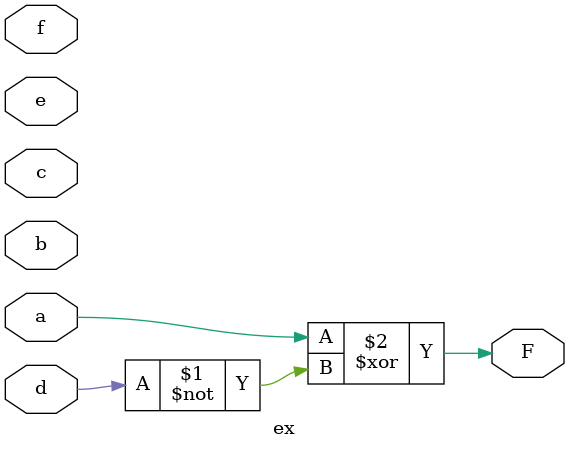
<source format=v>

module ex ( 
    a, b, c, d, e, f,
    F  );
  input  a, b, c, d, e, f;
  output F;
  assign F = a ^ ~d;
endmodule



</source>
